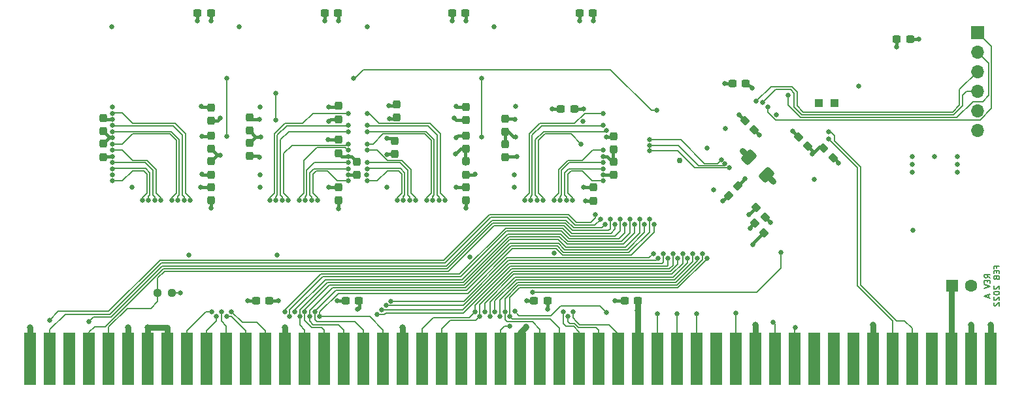
<source format=gbr>
%TF.GenerationSoftware,KiCad,Pcbnew,(6.0.0)*%
%TF.CreationDate,2022-03-26T19:57:17+01:00*%
%TF.ProjectId,GottaGoFaSDZ3,476f7474-6147-46f4-9661-53445a332e6b,rev?*%
%TF.SameCoordinates,Original*%
%TF.FileFunction,Copper,L4,Bot*%
%TF.FilePolarity,Positive*%
%FSLAX46Y46*%
G04 Gerber Fmt 4.6, Leading zero omitted, Abs format (unit mm)*
G04 Created by KiCad (PCBNEW (6.0.0)) date 2022-03-26 19:57:17*
%MOMM*%
%LPD*%
G01*
G04 APERTURE LIST*
G04 Aperture macros list*
%AMRoundRect*
0 Rectangle with rounded corners*
0 $1 Rounding radius*
0 $2 $3 $4 $5 $6 $7 $8 $9 X,Y pos of 4 corners*
0 Add a 4 corners polygon primitive as box body*
4,1,4,$2,$3,$4,$5,$6,$7,$8,$9,$2,$3,0*
0 Add four circle primitives for the rounded corners*
1,1,$1+$1,$2,$3*
1,1,$1+$1,$4,$5*
1,1,$1+$1,$6,$7*
1,1,$1+$1,$8,$9*
0 Add four rect primitives between the rounded corners*
20,1,$1+$1,$2,$3,$4,$5,0*
20,1,$1+$1,$4,$5,$6,$7,0*
20,1,$1+$1,$6,$7,$8,$9,0*
20,1,$1+$1,$8,$9,$2,$3,0*%
G04 Aperture macros list end*
%ADD10C,0.150000*%
%TA.AperFunction,NonConductor*%
%ADD11C,0.150000*%
%TD*%
%TA.AperFunction,ComponentPad*%
%ADD12R,1.700000X1.700000*%
%TD*%
%TA.AperFunction,ComponentPad*%
%ADD13O,1.700000X1.700000*%
%TD*%
%TA.AperFunction,ComponentPad*%
%ADD14R,1.000000X1.000000*%
%TD*%
%TA.AperFunction,ConnectorPad*%
%ADD15R,1.524000X6.754000*%
%TD*%
%TA.AperFunction,ComponentPad*%
%ADD16R,1.600000X1.600000*%
%TD*%
%TA.AperFunction,ComponentPad*%
%ADD17C,1.600000*%
%TD*%
%TA.AperFunction,SMDPad,CuDef*%
%ADD18RoundRect,0.250000X0.751301X0.167938X0.167938X0.751301X-0.751301X-0.167938X-0.167938X-0.751301X0*%
%TD*%
%TA.AperFunction,SMDPad,CuDef*%
%ADD19RoundRect,0.237500X-0.237500X0.300000X-0.237500X-0.300000X0.237500X-0.300000X0.237500X0.300000X0*%
%TD*%
%TA.AperFunction,SMDPad,CuDef*%
%ADD20RoundRect,0.237500X0.237500X-0.300000X0.237500X0.300000X-0.237500X0.300000X-0.237500X-0.300000X0*%
%TD*%
%TA.AperFunction,SMDPad,CuDef*%
%ADD21RoundRect,0.237500X-0.380070X0.044194X0.044194X-0.380070X0.380070X-0.044194X-0.044194X0.380070X0*%
%TD*%
%TA.AperFunction,SMDPad,CuDef*%
%ADD22RoundRect,0.237500X0.300000X0.237500X-0.300000X0.237500X-0.300000X-0.237500X0.300000X-0.237500X0*%
%TD*%
%TA.AperFunction,SMDPad,CuDef*%
%ADD23RoundRect,0.237500X-0.300000X-0.237500X0.300000X-0.237500X0.300000X0.237500X-0.300000X0.237500X0*%
%TD*%
%TA.AperFunction,SMDPad,CuDef*%
%ADD24RoundRect,0.237500X0.250000X0.237500X-0.250000X0.237500X-0.250000X-0.237500X0.250000X-0.237500X0*%
%TD*%
%TA.AperFunction,SMDPad,CuDef*%
%ADD25RoundRect,0.237500X0.380070X-0.044194X-0.044194X0.380070X-0.380070X0.044194X0.044194X-0.380070X0*%
%TD*%
%TA.AperFunction,SMDPad,CuDef*%
%ADD26RoundRect,0.237500X-0.044194X-0.380070X0.380070X0.044194X0.044194X0.380070X-0.380070X-0.044194X0*%
%TD*%
%TA.AperFunction,ViaPad*%
%ADD27C,0.635000*%
%TD*%
%TA.AperFunction,ViaPad*%
%ADD28C,0.800000*%
%TD*%
%TA.AperFunction,ViaPad*%
%ADD29C,0.762000*%
%TD*%
%TA.AperFunction,Conductor*%
%ADD30C,0.762000*%
%TD*%
%TA.AperFunction,Conductor*%
%ADD31C,0.381000*%
%TD*%
%TA.AperFunction,Conductor*%
%ADD32C,0.254000*%
%TD*%
%TA.AperFunction,Conductor*%
%ADD33C,0.177800*%
%TD*%
%TA.AperFunction,Conductor*%
%ADD34C,0.152400*%
%TD*%
G04 APERTURE END LIST*
D10*
D11*
X214821617Y-104111268D02*
X214464474Y-103861268D01*
X214821617Y-103682697D02*
X214071617Y-103682697D01*
X214071617Y-103968411D01*
X214107332Y-104039840D01*
X214143046Y-104075554D01*
X214214474Y-104111268D01*
X214321617Y-104111268D01*
X214393046Y-104075554D01*
X214428760Y-104039840D01*
X214464474Y-103968411D01*
X214464474Y-103682697D01*
X214428760Y-104432697D02*
X214428760Y-104682697D01*
X214821617Y-104789840D02*
X214821617Y-104432697D01*
X214071617Y-104432697D01*
X214071617Y-104789840D01*
X214071617Y-105004125D02*
X214821617Y-105254125D01*
X214071617Y-105504125D01*
X214607332Y-106289840D02*
X214607332Y-106646983D01*
X214821617Y-106218411D02*
X214071617Y-106468411D01*
X214821617Y-106718411D01*
X215636260Y-102825554D02*
X215636260Y-102575554D01*
X216029117Y-102575554D02*
X215279117Y-102575554D01*
X215279117Y-102932697D01*
X215636260Y-103218411D02*
X215636260Y-103468411D01*
X216029117Y-103575554D02*
X216029117Y-103218411D01*
X215279117Y-103218411D01*
X215279117Y-103575554D01*
X215636260Y-104146983D02*
X215671974Y-104254125D01*
X215707689Y-104289840D01*
X215779117Y-104325554D01*
X215886260Y-104325554D01*
X215957689Y-104289840D01*
X215993403Y-104254125D01*
X216029117Y-104182697D01*
X216029117Y-103896983D01*
X215279117Y-103896983D01*
X215279117Y-104146983D01*
X215314832Y-104218411D01*
X215350546Y-104254125D01*
X215421974Y-104289840D01*
X215493403Y-104289840D01*
X215564832Y-104254125D01*
X215600546Y-104218411D01*
X215636260Y-104146983D01*
X215636260Y-103896983D01*
X215350546Y-105182697D02*
X215314832Y-105218411D01*
X215279117Y-105289840D01*
X215279117Y-105468411D01*
X215314832Y-105539840D01*
X215350546Y-105575554D01*
X215421974Y-105611268D01*
X215493403Y-105611268D01*
X215600546Y-105575554D01*
X216029117Y-105146983D01*
X216029117Y-105611268D01*
X215279117Y-106075554D02*
X215279117Y-106146983D01*
X215314832Y-106218411D01*
X215350546Y-106254125D01*
X215421974Y-106289840D01*
X215564832Y-106325554D01*
X215743403Y-106325554D01*
X215886260Y-106289840D01*
X215957689Y-106254125D01*
X215993403Y-106218411D01*
X216029117Y-106146983D01*
X216029117Y-106075554D01*
X215993403Y-106004125D01*
X215957689Y-105968411D01*
X215886260Y-105932697D01*
X215743403Y-105896983D01*
X215564832Y-105896983D01*
X215421974Y-105932697D01*
X215350546Y-105968411D01*
X215314832Y-106004125D01*
X215279117Y-106075554D01*
X215350546Y-106611268D02*
X215314832Y-106646983D01*
X215279117Y-106718411D01*
X215279117Y-106896983D01*
X215314832Y-106968411D01*
X215350546Y-107004125D01*
X215421974Y-107039840D01*
X215493403Y-107039840D01*
X215600546Y-107004125D01*
X216029117Y-106575554D01*
X216029117Y-107039840D01*
X215350546Y-107325554D02*
X215314832Y-107361268D01*
X215279117Y-107432697D01*
X215279117Y-107611268D01*
X215314832Y-107682697D01*
X215350546Y-107718411D01*
X215421974Y-107754125D01*
X215493403Y-107754125D01*
X215600546Y-107718411D01*
X216029117Y-107289840D01*
X216029117Y-107754125D01*
D12*
%TO.P,J1,1,Pin_1*%
%TO.N,/TMS*%
X213158741Y-72261674D03*
D13*
%TO.P,J1,2,Pin_2*%
%TO.N,/TDI*%
X213158741Y-74801674D03*
%TO.P,J1,3,Pin_3*%
%TO.N,/TDO*%
X213158741Y-77341674D03*
%TO.P,J1,4,Pin_4*%
%TO.N,/TCK*%
X213158741Y-79881674D03*
%TO.P,J1,5,Pin_5*%
%TO.N,GND*%
X213158741Y-82421674D03*
%TO.P,J1,6,Pin_6*%
%TO.N,+3V3*%
X213158741Y-84961674D03*
%TD*%
D14*
%TO.P,TP2,1,1*%
%TO.N,Net-(TP2-Pad1)*%
X194643039Y-81445003D03*
%TD*%
D15*
%TO.P,CN1,1,GND*%
%TO.N,GND*%
X214921933Y-114608782D03*
%TO.P,CN1,3,GND*%
X212381933Y-114608782D03*
%TO.P,CN1,5,+5*%
%TO.N,+5V*%
X209841933Y-114608782D03*
%TO.P,CN1,7,~{OWN}*%
%TO.N,unconnected-(CN1-Pad7)*%
X207301933Y-114608782D03*
%TO.P,CN1,9,~{SLAVE}*%
%TO.N,/~{SLAVE}*%
X204761933Y-114608782D03*
%TO.P,CN1,11,~{CFGOUT}*%
%TO.N,/~{CFGOUT}*%
X202221933Y-114608782D03*
%TO.P,CN1,13,GND*%
%TO.N,GND*%
X199681933Y-114608782D03*
%TO.P,CN1,15,CDAC*%
%TO.N,unconnected-(CN1-Pad15)*%
X197141933Y-114608782D03*
%TO.P,CN1,17,~{CINH}*%
%TO.N,unconnected-(CN1-Pad17)*%
X194601933Y-114608782D03*
%TO.P,CN1,19,~{INT2}*%
%TO.N,unconnected-(CN1-Pad19)*%
X192061933Y-114608782D03*
%TO.P,CN1,21,A5*%
%TO.N,/A5*%
X189521933Y-114608782D03*
%TO.P,CN1,23,A6*%
%TO.N,/A6*%
X186981933Y-114608782D03*
%TO.P,CN1,25,GND*%
%TO.N,GND*%
X184441933Y-114608782D03*
%TO.P,CN1,27,A2*%
%TO.N,/A2*%
X181901933Y-114608782D03*
%TO.P,CN1,29,~{LOCK}*%
%TO.N,unconnected-(CN1-Pad29)*%
X179361933Y-114608782D03*
%TO.P,CN1,31,FC0*%
%TO.N,/FC0*%
X176821933Y-114608782D03*
%TO.P,CN1,33,FC1*%
%TO.N,/FC1*%
X174281933Y-114608782D03*
%TO.P,CN1,35,FC2*%
%TO.N,/FC2*%
X171741933Y-114608782D03*
%TO.P,CN1,37,GND*%
%TO.N,GND*%
X169201933Y-114608782D03*
%TO.P,CN1,39,A13/D5*%
%TO.N,/AD13*%
X166661933Y-114608782D03*
%TO.P,CN1,41,A14/D6*%
%TO.N,/AD14*%
X164121933Y-114608782D03*
%TO.P,CN1,43,A15/D7*%
%TO.N,/AD15*%
X161581933Y-114608782D03*
%TO.P,CN1,45,A16/D8*%
%TO.N,/AD16*%
X159041933Y-114608782D03*
%TO.P,CN1,47,A17/D9*%
%TO.N,/AD17*%
X156501933Y-114608782D03*
%TO.P,CN1,49,GND*%
%TO.N,GND*%
X153961933Y-114608782D03*
%TO.P,CN1,51,~{DS0}*%
%TO.N,/~{DS0}*%
X151421933Y-114608782D03*
%TO.P,CN1,53,~{RST}*%
%TO.N,unconnected-(CN1-Pad53)*%
X148881933Y-114608782D03*
%TO.P,CN1,55,~{HALT}*%
%TO.N,unconnected-(CN1-Pad55)*%
X146341933Y-114608782D03*
%TO.P,CN1,57,A22/D14*%
%TO.N,/AD22*%
X143801933Y-114608782D03*
%TO.P,CN1,59,A23/D15*%
%TO.N,/AD23*%
X141261933Y-114608782D03*
%TO.P,CN1,61,GND*%
%TO.N,GND*%
X138721933Y-114608782D03*
%TO.P,CN1,63,A31/D31*%
%TO.N,/AD31*%
X136181933Y-114608782D03*
%TO.P,CN1,65,A30/D30*%
%TO.N,/AD30*%
X133641933Y-114608782D03*
%TO.P,CN1,67,A29/D29*%
%TO.N,/AD29*%
X131101933Y-114608782D03*
%TO.P,CN1,69,A28/D28*%
%TO.N,/AD28*%
X128561933Y-114608782D03*
%TO.P,CN1,71,A27/D27*%
%TO.N,/AD27*%
X126021933Y-114608782D03*
%TO.P,CN1,73,GND*%
%TO.N,GND*%
X123481933Y-114608782D03*
%TO.P,CN1,75,SD0/D16*%
%TO.N,/SD0*%
X120941933Y-114608782D03*
%TO.P,CN1,77,SD1/D17*%
%TO.N,/SD1*%
X118401933Y-114608782D03*
%TO.P,CN1,79,SD2/D18*%
%TO.N,/SD2*%
X115861933Y-114608782D03*
%TO.P,CN1,81,SD3/D19*%
%TO.N,/SD3*%
X113321933Y-114608782D03*
%TO.P,CN1,83,SD4/D20*%
%TO.N,/SD4*%
X110781933Y-114608782D03*
%TO.P,CN1,85,GND*%
%TO.N,GND*%
X108241933Y-114608782D03*
%TO.P,CN1,87,GND*%
X105701933Y-114608782D03*
%TO.P,CN1,89,GND*%
X103161933Y-114608782D03*
%TO.P,CN1,91,SENSEZ3*%
%TO.N,/SENSEZ3*%
X100621933Y-114608782D03*
%TO.P,CN1,93,DOE*%
%TO.N,/DOE*%
X98081933Y-114608782D03*
%TO.P,CN1,95,~{BCLR}*%
%TO.N,unconnected-(CN1-Pad95)*%
X95541933Y-114608782D03*
%TO.P,CN1,97,~{FCS}*%
%TO.N,/~{FCS}*%
X93001933Y-114608782D03*
%TO.P,CN1,99,GND*%
%TO.N,GND*%
X90461933Y-114608782D03*
%TD*%
D16*
%TO.P,C1,1*%
%TO.N,+5V*%
X209881927Y-105160276D03*
D17*
%TO.P,C1,2*%
%TO.N,GND*%
X212381927Y-105160276D03*
%TD*%
D14*
%TO.P,TP1,1,1*%
%TO.N,Net-(TP1-Pad1)*%
X192611039Y-81445003D03*
%TD*%
D18*
%TO.P,C16,1*%
%TO.N,GND*%
X185818720Y-90721496D03*
%TO.P,C16,2*%
%TO.N,+3V3*%
X183609012Y-88511788D03*
%TD*%
D19*
%TO.P,C17,1*%
%TO.N,+3V3*%
X163386712Y-92404577D03*
%TO.P,C17,2*%
%TO.N,GND*%
X163386712Y-94129577D03*
%TD*%
D20*
%TO.P,C32,1*%
%TO.N,+3V3*%
X132773069Y-90772390D03*
%TO.P,C32,2*%
%TO.N,GND*%
X132773069Y-89047390D03*
%TD*%
%TO.P,C25,1*%
%TO.N,+3V3*%
X146920869Y-90733990D03*
%TO.P,C25,2*%
%TO.N,GND*%
X146920869Y-89008990D03*
%TD*%
%TO.P,C22,1*%
%TO.N,+3V3*%
X152007069Y-88486990D03*
%TO.P,C22,2*%
%TO.N,GND*%
X152007069Y-86761990D03*
%TD*%
D21*
%TO.P,C12,1*%
%TO.N,+3V3*%
X183061466Y-83699282D03*
%TO.P,C12,2*%
%TO.N,GND*%
X184281226Y-84919042D03*
%TD*%
D19*
%TO.P,C27,1*%
%TO.N,+3V3*%
X146895469Y-81922390D03*
%TO.P,C27,2*%
%TO.N,GND*%
X146895469Y-83647390D03*
%TD*%
D21*
%TO.P,C10,1*%
%TO.N,+3V3*%
X184331466Y-97034282D03*
%TO.P,C10,2*%
%TO.N,GND*%
X185551226Y-98254042D03*
%TD*%
D22*
%TO.P,C13,1*%
%TO.N,+3V3*%
X183168481Y-78902116D03*
%TO.P,C13,2*%
%TO.N,GND*%
X181443481Y-78902116D03*
%TD*%
D19*
%TO.P,C33,1*%
%TO.N,+3V3*%
X130360069Y-86215590D03*
%TO.P,C33,2*%
%TO.N,GND*%
X130360069Y-87940590D03*
%TD*%
%TO.P,C23,1*%
%TO.N,+3V3*%
X152007069Y-83459990D03*
%TO.P,C23,2*%
%TO.N,GND*%
X152007069Y-85184990D03*
%TD*%
D23*
%TO.P,C8,1*%
%TO.N,+3V3*%
X202716120Y-73177636D03*
%TO.P,C8,2*%
%TO.N,GND*%
X204441120Y-73177636D03*
%TD*%
D19*
%TO.P,C31,1*%
%TO.N,+3V3*%
X130391669Y-92349990D03*
%TO.P,C31,2*%
%TO.N,GND*%
X130391669Y-94074990D03*
%TD*%
D24*
%TO.P,R2,1*%
%TO.N,+3V3*%
X108783920Y-106045236D03*
%TO.P,R2,2*%
%TO.N,/SENSEZ3*%
X106958920Y-106045236D03*
%TD*%
D23*
%TO.P,C6,1*%
%TO.N,+3V3*%
X155753900Y-107137200D03*
%TO.P,C6,2*%
%TO.N,GND*%
X157478900Y-107137200D03*
%TD*%
D19*
%TO.P,C26,1*%
%TO.N,+3V3*%
X146920869Y-85681590D03*
%TO.P,C26,2*%
%TO.N,GND*%
X146920869Y-87406590D03*
%TD*%
D22*
%TO.P,C35,1*%
%TO.N,+3V3*%
X130333569Y-69717690D03*
%TO.P,C35,2*%
%TO.N,GND*%
X128608569Y-69717690D03*
%TD*%
%TO.P,C28,1*%
%TO.N,+3V3*%
X146843569Y-69782490D03*
%TO.P,C28,2*%
%TO.N,GND*%
X145118569Y-69782490D03*
%TD*%
D19*
%TO.P,C34,1*%
%TO.N,+3V3*%
X130360069Y-81821390D03*
%TO.P,C34,2*%
%TO.N,GND*%
X130360069Y-83546390D03*
%TD*%
D20*
%TO.P,C29,1*%
%TO.N,+3V3*%
X137699569Y-88043990D03*
%TO.P,C29,2*%
%TO.N,GND*%
X137699569Y-86318990D03*
%TD*%
D25*
%TO.P,C14,1*%
%TO.N,+3V3*%
X194476592Y-88542957D03*
%TO.P,C14,2*%
%TO.N,GND*%
X193256832Y-87323197D03*
%TD*%
D19*
%TO.P,C38,1*%
%TO.N,+3V3*%
X113881668Y-92349989D03*
%TO.P,C38,2*%
%TO.N,GND*%
X113881668Y-94074989D03*
%TD*%
D20*
%TO.P,C36,1*%
%TO.N,+3V3*%
X118853869Y-88334790D03*
%TO.P,C36,2*%
%TO.N,GND*%
X118853869Y-86609790D03*
%TD*%
D23*
%TO.P,C4,1*%
%TO.N,+3V3*%
X119711300Y-107137200D03*
%TO.P,C4,2*%
%TO.N,GND*%
X121436300Y-107137200D03*
%TD*%
D20*
%TO.P,C18,1*%
%TO.N,+3V3*%
X166073569Y-90784790D03*
%TO.P,C18,2*%
%TO.N,GND*%
X166073569Y-89059790D03*
%TD*%
D19*
%TO.P,C44,1*%
%TO.N,+3V3*%
X99911669Y-83383190D03*
%TO.P,C44,2*%
%TO.N,GND*%
X99911669Y-85108190D03*
%TD*%
D21*
%TO.P,C15,1*%
%TO.N,+3V3*%
X190005189Y-85820210D03*
%TO.P,C15,2*%
%TO.N,GND*%
X191224949Y-87039970D03*
%TD*%
D23*
%TO.P,C5,1*%
%TO.N,+3V3*%
X131293700Y-107137200D03*
%TO.P,C5,2*%
%TO.N,GND*%
X133018700Y-107137200D03*
%TD*%
D22*
%TO.P,C19,1*%
%TO.N,+3V3*%
X160940569Y-82214490D03*
%TO.P,C19,2*%
%TO.N,GND*%
X159215569Y-82214490D03*
%TD*%
%TO.P,C20,1*%
%TO.N,+3V3*%
X163353569Y-69782490D03*
%TO.P,C20,2*%
%TO.N,GND*%
X161628569Y-69782490D03*
%TD*%
D20*
%TO.P,C39,1*%
%TO.N,+3V3*%
X113875469Y-90722390D03*
%TO.P,C39,2*%
%TO.N,GND*%
X113875469Y-88997390D03*
%TD*%
D19*
%TO.P,C41,1*%
%TO.N,+3V3*%
X113875469Y-81999190D03*
%TO.P,C41,2*%
%TO.N,GND*%
X113875469Y-83724190D03*
%TD*%
D26*
%TO.P,C11,1*%
%TO.N,+3V3*%
X180902466Y-93428042D03*
%TO.P,C11,2*%
%TO.N,GND*%
X182122226Y-92208282D03*
%TD*%
D19*
%TO.P,C24,1*%
%TO.N,+3V3*%
X146927069Y-92349990D03*
%TO.P,C24,2*%
%TO.N,GND*%
X146927069Y-94074990D03*
%TD*%
%TO.P,C21,1*%
%TO.N,+3V3*%
X166072469Y-85732390D03*
%TO.P,C21,2*%
%TO.N,GND*%
X166072469Y-87457390D03*
%TD*%
%TO.P,C40,1*%
%TO.N,+3V3*%
X113875469Y-85644590D03*
%TO.P,C40,2*%
%TO.N,GND*%
X113875469Y-87369590D03*
%TD*%
D23*
%TO.P,C7,1*%
%TO.N,+3V3*%
X167463300Y-107137200D03*
%TO.P,C7,2*%
%TO.N,GND*%
X169188300Y-107137200D03*
%TD*%
D25*
%TO.P,C9,1*%
%TO.N,+3V3*%
X185678325Y-96237955D03*
%TO.P,C9,2*%
%TO.N,GND*%
X184458565Y-95018195D03*
%TD*%
D19*
%TO.P,C37,1*%
%TO.N,+3V3*%
X118850029Y-83270784D03*
%TO.P,C37,2*%
%TO.N,GND*%
X118850029Y-84995784D03*
%TD*%
D20*
%TO.P,C30,1*%
%TO.N,+3V3*%
X137953569Y-83344990D03*
%TO.P,C30,2*%
%TO.N,GND*%
X137953569Y-81619990D03*
%TD*%
%TO.P,C43,1*%
%TO.N,+3V3*%
X99911669Y-88435590D03*
%TO.P,C43,2*%
%TO.N,GND*%
X99911669Y-86710590D03*
%TD*%
D22*
%TO.P,C42,1*%
%TO.N,+3V3*%
X113874369Y-69717690D03*
%TO.P,C42,2*%
%TO.N,GND*%
X112149369Y-69717690D03*
%TD*%
D27*
%TO.N,+3V3*%
X210566000Y-88392000D03*
X166204586Y-107135880D03*
X109903420Y-106045236D03*
X153277062Y-83560488D03*
X182725220Y-87630236D03*
X112681664Y-90658899D03*
X189272003Y-85083819D03*
X129013864Y-86214483D03*
X112707064Y-85757283D03*
X182305985Y-82966128D03*
X118604986Y-107135880D03*
X164650069Y-90760490D03*
X195136712Y-89203077D03*
X131630064Y-90785899D03*
X186389239Y-96948879D03*
X210566000Y-89408000D03*
X112529264Y-92360496D03*
X112630864Y-81871998D03*
X130238186Y-107135880D03*
X210566000Y-90424000D03*
X202740412Y-74168229D03*
X145600064Y-81871998D03*
X180184654Y-94145837D03*
X136650298Y-88103761D03*
X145594832Y-85969399D03*
X162110069Y-82214490D03*
X204724000Y-90424000D03*
X153531062Y-88360479D03*
X162110064Y-92360496D03*
X165088069Y-85846490D03*
X113850069Y-70798490D03*
X101080062Y-88360479D03*
X207645000Y-88392000D03*
X183956981Y-79537116D03*
X101080062Y-83559879D03*
X148070062Y-90645996D03*
X183720207Y-97681390D03*
X137021069Y-83433490D03*
X204724000Y-88392000D03*
X204724000Y-89408000D03*
X129115464Y-92360496D03*
X130360069Y-70798490D03*
X154774586Y-107135880D03*
X145600064Y-92360496D03*
X129115464Y-81960491D03*
X163380064Y-70798487D03*
X120149264Y-83586091D03*
X120174664Y-88462891D03*
X146870064Y-70798487D03*
%TO.N,GND*%
X184046292Y-99785500D03*
X178114147Y-87259566D03*
X101105469Y-90760490D03*
D28*
X103161933Y-110562184D03*
D27*
X153327862Y-85833483D03*
X136665469Y-92361290D03*
X161628569Y-70798490D03*
X134049269Y-90761090D03*
X153353269Y-81845690D03*
X197787412Y-79273629D03*
X153194669Y-92360490D03*
X122414968Y-101141478D03*
X145555462Y-88043283D03*
X180538214Y-84733883D03*
X134100069Y-71558690D03*
X162033869Y-83804657D03*
X120206269Y-90761090D03*
X110984970Y-101141479D03*
X101105469Y-81960490D03*
D28*
X214921939Y-110189178D03*
D27*
X192071499Y-91317421D03*
X120231669Y-81972690D03*
X150586465Y-71560487D03*
X162364069Y-94138490D03*
X136894062Y-81744083D03*
X128608574Y-70798493D03*
X205610620Y-73177636D03*
X120206269Y-92361290D03*
X183036346Y-91294162D03*
X100978469Y-71560490D03*
D28*
X154723933Y-110512184D03*
X184441939Y-110189178D03*
D27*
X186713020Y-91618036D03*
X115100862Y-88195683D03*
D29*
X174583540Y-88910557D03*
D28*
X123481939Y-110562180D03*
D27*
X117539269Y-71560490D03*
X120333262Y-85808083D03*
X103620062Y-92360496D03*
D28*
X212381939Y-110189178D03*
D27*
X183569565Y-95907195D03*
D28*
X169201933Y-108377784D03*
D27*
X132893980Y-108208458D03*
X191818412Y-88011229D03*
X115094664Y-83357288D03*
X113875469Y-95092290D03*
D28*
X105701927Y-110562180D03*
D27*
X131630064Y-88360479D03*
X158355968Y-100950319D03*
X153200869Y-90760490D03*
X187153490Y-82934377D03*
X145118569Y-70798490D03*
X122567374Y-107135884D03*
X146927069Y-95090990D03*
D28*
X199681939Y-110189178D03*
X90461927Y-110562180D03*
D27*
X184960420Y-85598236D03*
X180400981Y-78902116D03*
D28*
X138721939Y-110562180D03*
D27*
X147414780Y-101395478D03*
X164650064Y-88362485D03*
X179024447Y-92731634D03*
X145403062Y-83420483D03*
X204787500Y-97980500D03*
X130391669Y-95167190D03*
X112098574Y-70798493D03*
X157481180Y-108233858D03*
X158046069Y-82214490D03*
X129090064Y-83801483D03*
X136665462Y-85985883D03*
X101105462Y-85960483D03*
%TO.N,/~{CFGOUT}*%
X193900299Y-86087063D03*
%TO.N,/A5*%
X189550770Y-110544298D03*
%TO.N,/A6*%
X186731370Y-109858498D03*
%TO.N,/A2*%
X181915980Y-108691058D03*
%TO.N,/FC0*%
X176821933Y-108773424D03*
%TO.N,/FC1*%
X174281933Y-108773424D03*
%TO.N,/FC2*%
X171741933Y-108773424D03*
%TO.N,/AD13*%
X160779786Y-108517484D03*
%TO.N,/AD14*%
X160129786Y-109152484D03*
%TO.N,/AD15*%
X159479786Y-108517484D03*
%TO.N,/AD16*%
X178156780Y-101604458D03*
X152599786Y-109152484D03*
%TO.N,/AD17*%
X177521780Y-100971768D03*
X151949786Y-108517484D03*
%TO.N,/~{DS0}*%
X187732580Y-100842458D03*
X152542287Y-110429684D03*
X155550780Y-106024058D03*
%TO.N,/AD18*%
X151299786Y-109152484D03*
X176886780Y-101604458D03*
%TO.N,/AD19*%
X150649786Y-108517484D03*
X176251780Y-100969458D03*
%TO.N,/AD20*%
X175616780Y-101604458D03*
X149999786Y-109152484D03*
%TO.N,/AD22*%
X174346780Y-101604458D03*
X148699786Y-109152484D03*
%TO.N,/AD21*%
X174981780Y-100969458D03*
X149349786Y-108517484D03*
%TO.N,/AD23*%
X173711780Y-100969458D03*
X148049786Y-108517484D03*
%TO.N,/AD31*%
X171298780Y-97159458D03*
X127980974Y-109152484D03*
%TO.N,/AD30*%
X127330974Y-108517484D03*
X170663780Y-96524458D03*
%TO.N,/~{DTACK}*%
X135408580Y-108893758D03*
X173076780Y-101604458D03*
%TO.N,/AD29*%
X126680974Y-109152484D03*
X170028780Y-97159458D03*
%TO.N,/READ*%
X135992780Y-108310058D03*
X172441780Y-100969458D03*
%TO.N,/AD28*%
X126030974Y-108517484D03*
X169393780Y-96524458D03*
%TO.N,/~{DS2}*%
X171806780Y-101604458D03*
X136567164Y-107726838D03*
%TO.N,/AD27*%
X125380974Y-109152484D03*
X168758780Y-97159458D03*
%TO.N,/~{DS3}*%
X137162972Y-107143138D03*
X171171780Y-100969458D03*
%TO.N,/SD0*%
X116550974Y-108517484D03*
%TO.N,/AD26*%
X124730974Y-108503606D03*
X168123780Y-96524458D03*
%TO.N,/SD1*%
X115900974Y-109152484D03*
%TO.N,/AD25*%
X124080974Y-109153606D03*
X167488780Y-97159458D03*
%TO.N,/SD2*%
X115250974Y-108517484D03*
%TO.N,/AD24*%
X166853780Y-96524458D03*
X123430974Y-108495697D03*
%TO.N,/SD3*%
X114600974Y-109152484D03*
%TO.N,/SD4*%
X113950974Y-108517484D03*
%TO.N,/SENSEZ3*%
X166218780Y-97159458D03*
%TO.N,/DOE*%
X165583780Y-96524458D03*
%TO.N,/~{IORST}*%
X164948780Y-97159458D03*
X98081933Y-109800184D03*
%TO.N,/~{FCS}*%
X164313780Y-96524458D03*
%TO.N,/~{DS1}*%
X93001933Y-109596984D03*
X163678780Y-95889458D03*
%TO.N,/MD0*%
X158306469Y-94018478D03*
X164650069Y-87560490D03*
%TO.N,/MD1*%
X159106469Y-94018478D03*
X164650069Y-89160490D03*
%TO.N,/MD2*%
X159906469Y-94018478D03*
X164650069Y-89960490D03*
%TO.N,/MD3*%
X160706469Y-94018478D03*
X164650069Y-91560490D03*
%TO.N,/MD4*%
X156896469Y-94018478D03*
X161811069Y-86760490D03*
%TO.N,/MD5*%
X165069882Y-85032685D03*
X156096469Y-94018478D03*
%TO.N,/MD6*%
X155296469Y-94018478D03*
X164650069Y-84360490D03*
%TO.N,/MD7*%
X154496469Y-94018478D03*
X164650069Y-82760490D03*
%TO.N,/~{CS0}*%
X115882069Y-78227890D03*
X115882069Y-85771690D03*
X181060540Y-89840036D03*
X170678980Y-87664105D03*
X148946392Y-85811757D03*
X148946392Y-78242557D03*
%TO.N,/~{BUFOE}*%
X153250733Y-108474384D03*
X165150633Y-108639484D03*
%TO.N,/MD8*%
X134100069Y-82760490D03*
X144196469Y-94018478D03*
%TO.N,/MD9*%
X143396469Y-94018478D03*
X134100069Y-84360490D03*
%TO.N,/MD10*%
X142596469Y-94018478D03*
X134100069Y-85160490D03*
%TO.N,/MD11*%
X134100069Y-86760490D03*
X141796469Y-94018478D03*
%TO.N,/MD12*%
X140386469Y-94018478D03*
X134100069Y-87560490D03*
%TO.N,/MD13*%
X134100069Y-89160490D03*
X139586469Y-94018478D03*
%TO.N,/MD14*%
X138786469Y-94018478D03*
X134100069Y-89960490D03*
%TO.N,/MD15*%
X134100069Y-91560490D03*
X137986469Y-94018478D03*
%TO.N,/MD16*%
X101080069Y-82760490D03*
X111176469Y-94018478D03*
%TO.N,/MD17*%
X101080068Y-84360498D03*
X110376469Y-94018478D03*
%TO.N,/MD18*%
X109576469Y-94018478D03*
X101080069Y-85160490D03*
%TO.N,/MD19*%
X101080068Y-86760498D03*
X108776469Y-94018478D03*
%TO.N,/MD20*%
X101080069Y-87560490D03*
X107366469Y-94018478D03*
%TO.N,/MD21*%
X101080068Y-89160498D03*
X106566469Y-94018478D03*
%TO.N,/MD22*%
X105766469Y-94018478D03*
X101080068Y-89960498D03*
%TO.N,/MD23*%
X101080068Y-91560498D03*
X104966469Y-94018478D03*
%TO.N,/DQM2*%
X122282869Y-83611490D03*
X122282869Y-80182490D03*
X170714192Y-86941560D03*
X180454009Y-89357936D03*
%TO.N,/DQM3*%
X179986189Y-88806162D03*
X170714192Y-86218157D03*
%TO.N,/MD24*%
X125286469Y-94018478D03*
X131630060Y-87560490D03*
%TO.N,/MD25*%
X131630060Y-89160490D03*
X126086469Y-94018478D03*
%TO.N,/MD26*%
X131630069Y-89960490D03*
X126886469Y-94018478D03*
%TO.N,/MD27*%
X131630068Y-91560498D03*
X127686469Y-94018478D03*
%TO.N,/MD28*%
X123876469Y-94018478D03*
X131630060Y-86760490D03*
%TO.N,/MD29*%
X131630060Y-85160490D03*
X123076469Y-94018478D03*
%TO.N,/MD30*%
X131630060Y-84360490D03*
X122276469Y-94018478D03*
%TO.N,/MD31*%
X131630060Y-82760490D03*
X121476469Y-94018478D03*
%TO.N,/~{CS1}*%
X171643259Y-82393490D03*
X132315869Y-78202490D03*
%TO.N,/TMS*%
X185984891Y-81981656D03*
%TO.N,/TDI*%
X188686398Y-80428163D03*
%TO.N,/TDO*%
X184512893Y-81227481D03*
%TO.N,/TCK*%
X185377338Y-81346656D03*
%TO.N,/~{SLAVE}*%
X193917069Y-85134690D03*
%TD*%
D30*
%TO.N,+5V*%
X209841922Y-114608788D02*
X209841922Y-105200272D01*
D31*
%TO.N,+3V3*%
X163380064Y-70798487D02*
X163380064Y-69808979D01*
X112719350Y-81960490D02*
X113836769Y-81960490D01*
D32*
X183720194Y-97681382D02*
X183720194Y-97518554D01*
D31*
X112681669Y-90658890D02*
X112745169Y-90722390D01*
X164650069Y-90760490D02*
X166049269Y-90760490D01*
X183720207Y-97518550D02*
X184273774Y-96964957D01*
X148070069Y-90645990D02*
X147982069Y-90733990D01*
X154774574Y-107135884D02*
X155944074Y-107135884D01*
X180184654Y-94145837D02*
X180971774Y-93358716D01*
X166204574Y-107135884D02*
X167374074Y-107135884D01*
X129115469Y-81960490D02*
X130220969Y-81960490D01*
X112745169Y-90722390D02*
X113875469Y-90722390D01*
X130360069Y-70798490D02*
X130360069Y-69808982D01*
X112529269Y-92360490D02*
X113871167Y-92360490D01*
X120174669Y-88462890D02*
X120047669Y-88335890D01*
X119165335Y-83586090D02*
X118850029Y-83270784D01*
X132773069Y-90772390D02*
X131643569Y-90772390D01*
X130238174Y-107135884D02*
X131356874Y-107135884D01*
X182328312Y-82966128D02*
X183061458Y-83699274D01*
X137021062Y-83433488D02*
X137865079Y-83433488D01*
X145688558Y-81960490D02*
X146857369Y-81960490D01*
X165088069Y-85846490D02*
X165958369Y-85846490D01*
X162110064Y-92360496D02*
X163342625Y-92360496D01*
X202740420Y-73201936D02*
X202740420Y-74168236D01*
X162110064Y-82214491D02*
X160940572Y-82214491D01*
X112630869Y-81872009D02*
X112719350Y-81960490D01*
X146870064Y-70798487D02*
X146870064Y-69808979D01*
X113850069Y-70798490D02*
X113850069Y-69808982D01*
D33*
X108783920Y-106045236D02*
X109903420Y-106045236D01*
D31*
X147982069Y-90733990D02*
X146920869Y-90733990D01*
X145600069Y-92360490D02*
X146916569Y-92360490D01*
D30*
X183606770Y-88511786D02*
X182725212Y-87630229D01*
D31*
X145600069Y-81872001D02*
X145688558Y-81960490D01*
X186389239Y-96948879D02*
X185678318Y-96237958D01*
X195136719Y-89170535D02*
X194333292Y-88367133D01*
X129115469Y-92360490D02*
X130381169Y-92360490D01*
X120047669Y-88335890D02*
X118854969Y-88335890D01*
X136683569Y-88070490D02*
X136650296Y-88103763D01*
X190065540Y-85877356D02*
X189272012Y-85083828D01*
X153176569Y-83459990D02*
X152007069Y-83459990D01*
X183956985Y-79537128D02*
X183321985Y-78902128D01*
X130358969Y-86214490D02*
X129013869Y-86214490D01*
X145594821Y-85969390D02*
X145883721Y-85680490D01*
X153277069Y-83560490D02*
X153176569Y-83459990D01*
X101080069Y-83559890D02*
X100088369Y-83559890D01*
X145883721Y-85680490D02*
X146919769Y-85680490D01*
X182305981Y-82966116D02*
X182328300Y-82966116D01*
D33*
X195136712Y-89203077D02*
X195136712Y-89170543D01*
D31*
X119876074Y-107135880D02*
X118604974Y-107135880D01*
X120149269Y-83586090D02*
X119165335Y-83586090D01*
X112707069Y-85757290D02*
X113762769Y-85757290D01*
X101080069Y-88360490D02*
X99986769Y-88360490D01*
X153531062Y-88360479D02*
X152039066Y-88360479D01*
X131643569Y-90772390D02*
X131630069Y-90785890D01*
X137853069Y-88070490D02*
X136683569Y-88070490D01*
%TO.N,GND*%
X100763962Y-85960483D02*
X99911669Y-85108190D01*
X137829476Y-81744083D02*
X136894062Y-81744083D01*
D30*
X108176376Y-110565288D02*
X108241933Y-110630845D01*
D31*
X159215557Y-82214491D02*
X158046064Y-82214491D01*
X114701562Y-88195683D02*
X113875469Y-87369590D01*
D30*
X90461933Y-110562186D02*
X90461933Y-114981784D01*
D31*
X132893980Y-108208458D02*
X133081874Y-108020564D01*
X184281216Y-84919033D02*
X184960412Y-85598229D01*
X146920869Y-87406590D02*
X146192155Y-87406590D01*
X119662321Y-85808083D02*
X118850029Y-84995791D01*
X130391662Y-94074996D02*
X130391662Y-95167196D01*
X181443478Y-78902128D02*
X180400985Y-78902128D01*
X165158064Y-88362485D02*
X165855369Y-89059790D01*
D30*
X214921933Y-114608782D02*
X214921933Y-110189182D01*
D31*
X163386719Y-94129581D02*
X162372980Y-94129581D01*
X100661769Y-85960490D02*
X99911669Y-86710590D01*
X184458559Y-95018200D02*
X183569559Y-95907200D01*
X164650064Y-88362485D02*
X165158064Y-88362485D01*
X101105462Y-85960483D02*
X100763962Y-85960483D01*
D30*
X123481933Y-114981784D02*
X123481933Y-110562184D01*
X105701927Y-110562180D02*
X105705035Y-110565288D01*
D31*
X120333269Y-85808090D02*
X119655569Y-85808090D01*
X113881662Y-94074996D02*
X113881662Y-95086094D01*
X114677176Y-88195683D02*
X115100862Y-88195683D01*
X146192155Y-87406590D02*
X145555462Y-88043283D01*
X130360069Y-83546390D02*
X129345157Y-83546390D01*
D30*
X153961933Y-114981784D02*
X153961933Y-111274184D01*
X90461927Y-110562180D02*
X90461933Y-110562186D01*
D31*
X128608562Y-69782490D02*
X128608562Y-70798490D01*
X146895469Y-83647390D02*
X145629969Y-83647390D01*
D30*
X105705035Y-110565288D02*
X108176376Y-110565288D01*
D31*
X146927062Y-94074996D02*
X146927062Y-95090996D01*
X191818420Y-88011236D02*
X191818420Y-87630236D01*
X165946557Y-87154995D02*
X165946557Y-88677496D01*
D33*
X113881668Y-95086091D02*
X113875469Y-95092290D01*
D31*
X119655569Y-85808090D02*
X118853869Y-86609790D01*
X131630069Y-88360490D02*
X132086169Y-88360490D01*
X182191533Y-92138957D02*
X183036337Y-91294153D01*
X152438369Y-85184990D02*
X152007069Y-85184990D01*
X101105469Y-85960490D02*
X100661769Y-85960490D01*
X136665469Y-85985890D02*
X137366469Y-85985890D01*
X145629969Y-83647390D02*
X145403069Y-83420490D01*
X137366469Y-85985890D02*
X137699569Y-86318990D01*
D30*
X169201939Y-114981788D02*
X169201939Y-108377788D01*
D31*
X192682277Y-87147364D02*
X191818412Y-88011229D01*
D30*
X199681933Y-114608782D02*
X199681933Y-110189182D01*
D31*
X191818420Y-87630236D02*
X191285300Y-87097116D01*
X129345157Y-83546390D02*
X129090064Y-83801483D01*
X114727762Y-83724190D02*
X115094664Y-83357288D01*
X153327862Y-85833483D02*
X153086862Y-85833483D01*
X121397869Y-107135880D02*
X122567386Y-107135880D01*
X153086862Y-85833483D02*
X152438369Y-85184990D01*
X157481180Y-108233858D02*
X157481180Y-107323778D01*
D30*
X184441933Y-114608782D02*
X184441933Y-110189182D01*
D31*
X184046301Y-99631967D02*
X184046301Y-99785488D01*
X146800062Y-87698478D02*
X146800062Y-89301980D01*
X132086169Y-88360490D02*
X132773069Y-89047390D01*
X152007069Y-85184990D02*
X152007069Y-86761990D01*
D30*
X212381933Y-114608782D02*
X212381933Y-110189182D01*
D31*
X113875469Y-83724190D02*
X114727762Y-83724190D01*
D33*
X162372982Y-94129577D02*
X162364069Y-94138490D01*
X120333262Y-85808083D02*
X119662328Y-85808083D01*
D31*
X130779958Y-88360479D02*
X130360069Y-87940590D01*
D30*
X105701933Y-114981784D02*
X105701933Y-110562186D01*
X103161939Y-110562188D02*
X103161939Y-114981788D01*
X153961933Y-111274184D02*
X154723933Y-110512184D01*
D31*
X114677176Y-88195683D02*
X113875469Y-88997390D01*
D30*
X169201939Y-108377788D02*
X169201939Y-107238750D01*
D31*
X204441120Y-73177629D02*
X205610612Y-73177629D01*
D30*
X108241933Y-110630845D02*
X108241933Y-114981784D01*
D31*
X133081874Y-108020564D02*
X133081874Y-107135884D01*
X112098562Y-69782490D02*
X112098562Y-70798490D01*
X145118557Y-69782487D02*
X145118557Y-70798487D01*
D30*
X138721933Y-114981784D02*
X138721933Y-110562184D01*
D31*
X131630064Y-88360479D02*
X130779958Y-88360479D01*
X193113533Y-87147364D02*
X192682277Y-87147364D01*
D30*
X185818729Y-90723745D02*
X186713012Y-91618029D01*
D31*
X161628557Y-69782487D02*
X161628557Y-70798487D01*
X185493540Y-98184728D02*
X184046301Y-99631967D01*
D33*
%TO.N,/~{CFGOUT}*%
X202221933Y-109750298D02*
X202221933Y-114608782D01*
X193900299Y-86087063D02*
X197663592Y-89850357D01*
X197663592Y-89850357D02*
X197663592Y-105191957D01*
X197663592Y-105191957D02*
X202221933Y-109750298D01*
%TO.N,/A5*%
X189521933Y-114608782D02*
X189521933Y-110573135D01*
X189521933Y-110573135D02*
X189550770Y-110544298D01*
%TO.N,/A6*%
X186981933Y-110109061D02*
X186981933Y-114608782D01*
X186731370Y-109858498D02*
X186981933Y-110109061D01*
%TO.N,/A2*%
X181901933Y-114608782D02*
X181901933Y-108705105D01*
X181901933Y-108705105D02*
X181915980Y-108691058D01*
%TO.N,/FC0*%
X176821933Y-114981784D02*
X176821933Y-108773424D01*
%TO.N,/FC1*%
X174281933Y-114981784D02*
X174281933Y-108773424D01*
%TO.N,/FC2*%
X171741933Y-114981784D02*
X171741933Y-108773424D01*
%TO.N,/AD13*%
X161235786Y-109787484D02*
X161235786Y-109799052D01*
X165452666Y-110194364D02*
X166661933Y-111403631D01*
X161631098Y-110194364D02*
X165452666Y-110194364D01*
X161235786Y-109799052D02*
X161631098Y-110194364D01*
X160779786Y-109331484D02*
X161235786Y-109787484D01*
X160779786Y-108517484D02*
X160779786Y-109331484D01*
%TO.N,/AD14*%
X164121933Y-114981784D02*
X164121933Y-110895631D01*
X161001882Y-110067364D02*
X160372666Y-110067364D01*
X160372666Y-110067364D02*
X160129786Y-109824484D01*
X160129786Y-109824484D02*
X160129786Y-109152484D01*
X164121933Y-110895631D02*
X163775786Y-110549484D01*
X161484002Y-110549484D02*
X161001882Y-110067364D01*
X163775786Y-110549484D02*
X161484002Y-110549484D01*
%TO.N,/AD15*%
X160854786Y-110422484D02*
X159838786Y-110422484D01*
X159479786Y-110063484D02*
X159479786Y-108517484D01*
X161581933Y-111149631D02*
X160854786Y-110422484D01*
X161581933Y-114981784D02*
X161581933Y-111149631D01*
X159838786Y-110422484D02*
X159479786Y-110063484D01*
%TO.N,/AD16*%
X152599786Y-109152484D02*
X152599786Y-106693161D01*
X157865448Y-109478458D02*
X159041933Y-110654943D01*
X152925760Y-109478458D02*
X157865448Y-109478458D01*
X174378598Y-105440347D02*
X178156780Y-101662167D01*
X152599786Y-109152484D02*
X152925760Y-109478458D01*
X159041933Y-110654943D02*
X159041933Y-114981784D01*
X152599786Y-106693161D02*
X153852600Y-105440347D01*
X153852600Y-105440347D02*
X174378598Y-105440347D01*
X178156780Y-101662167D02*
X178156780Y-101604458D01*
%TO.N,/AD17*%
X174231503Y-105085227D02*
X153705504Y-105085227D01*
X155565974Y-109845984D02*
X156501933Y-110781943D01*
X152263974Y-109845984D02*
X155565974Y-109845984D01*
X151949786Y-109531796D02*
X152263974Y-109845984D01*
X153705504Y-105085227D02*
X151949786Y-106840945D01*
X151949786Y-106840945D02*
X151949786Y-108517484D01*
X177521780Y-100971768D02*
X177521780Y-101794951D01*
X156501933Y-110781943D02*
X156501933Y-114981784D01*
X177521780Y-101794951D02*
X174231503Y-105085227D01*
X151949786Y-108517484D02*
X151949786Y-109531796D01*
%TO.N,/~{DS0}*%
X187732580Y-102874458D02*
X184582980Y-106024058D01*
X151421933Y-110917784D02*
X151910033Y-110429684D01*
X151421933Y-114981784D02*
X151421933Y-110917784D01*
X184582980Y-106024058D02*
X155550780Y-106024058D01*
X151910033Y-110429684D02*
X152542287Y-110429684D01*
X187732580Y-100842458D02*
X187732580Y-102874458D01*
%TO.N,/AD18*%
X174084408Y-104730107D02*
X176861380Y-101953135D01*
X153558409Y-104730107D02*
X174084408Y-104730107D01*
X176861380Y-101953135D02*
X176861380Y-101583167D01*
X151299786Y-109152484D02*
X151299786Y-106988729D01*
X151299786Y-106988729D02*
X153558409Y-104730107D01*
%TO.N,/AD19*%
X153411313Y-104374987D02*
X150649786Y-107136514D01*
X176251780Y-100969458D02*
X176251780Y-102032319D01*
X173909111Y-104374987D02*
X153411313Y-104374987D01*
X176251780Y-102032319D02*
X173909111Y-104374987D01*
X150649786Y-107136514D02*
X150649786Y-108517484D01*
%TO.N,/AD20*%
X175616780Y-102165103D02*
X173762016Y-104019867D01*
X175616780Y-101604458D02*
X175616780Y-102165103D01*
X153264217Y-104019867D02*
X149999786Y-107284298D01*
X149999786Y-107284298D02*
X149999786Y-109152484D01*
X173762016Y-104019867D02*
X153264217Y-104019867D01*
%TO.N,/AD22*%
X152970028Y-103309627D02*
X173409394Y-103309627D01*
X148699786Y-107579868D02*
X152970028Y-103309627D01*
X148699786Y-109152484D02*
X148191786Y-109660484D01*
X144852786Y-109660484D02*
X143801933Y-110711337D01*
X143801933Y-110711337D02*
X143801933Y-114981784D01*
X148191786Y-109660484D02*
X144852786Y-109660484D01*
X148699786Y-109152484D02*
X148699786Y-107579868D01*
X173409394Y-103309627D02*
X174346780Y-102372242D01*
X174346780Y-102372242D02*
X174346780Y-101604458D01*
%TO.N,/AD21*%
X174981780Y-100969458D02*
X174981780Y-102239458D01*
X149349786Y-107432084D02*
X149349786Y-108517484D01*
X173556489Y-103664747D02*
X153117123Y-103664747D01*
X153117123Y-103664747D02*
X149349786Y-107432084D01*
X174981780Y-102239458D02*
X173556489Y-103664747D01*
%TO.N,/AD23*%
X141261933Y-110711337D02*
X142693786Y-109279484D01*
X173711780Y-102505026D02*
X173262299Y-102954507D01*
X147287786Y-109279484D02*
X148049786Y-108517484D01*
X152822931Y-102954507D02*
X148049786Y-107727652D01*
X141261933Y-114981784D02*
X141261933Y-110711337D01*
X173711780Y-100969458D02*
X173711780Y-102505026D01*
X142693786Y-109279484D02*
X147287786Y-109279484D01*
X173262299Y-102954507D02*
X152822931Y-102954507D01*
X148049786Y-107727652D02*
X148049786Y-108517484D01*
%TO.N,/AD31*%
X136181933Y-110876443D02*
X136181933Y-114981784D01*
X127980974Y-109152484D02*
X134457974Y-109152484D01*
X159410049Y-101178907D02*
X168295331Y-101178907D01*
X171298780Y-98175458D02*
X171298780Y-97159458D01*
X134457974Y-109152484D02*
X136181933Y-110876443D01*
X158597750Y-100366608D02*
X159410049Y-101178907D01*
X152888598Y-100366608D02*
X158597750Y-100366608D01*
X168295331Y-101178907D02*
X171298780Y-98175458D01*
X127980974Y-109152484D02*
X127980974Y-108567599D01*
X147129548Y-106125658D02*
X152888598Y-100366608D01*
X130422915Y-106125658D02*
X147129548Y-106125658D01*
X127980974Y-108567599D02*
X130422915Y-106125658D01*
%TO.N,/AD30*%
X127330974Y-109518484D02*
X127599974Y-109787484D01*
X130027329Y-105770538D02*
X127330974Y-108466893D01*
X132552974Y-109787484D02*
X133641933Y-110876443D01*
X170663780Y-96524458D02*
X170663780Y-98175458D01*
X170663780Y-98175458D02*
X168015451Y-100823787D01*
X152741502Y-100011488D02*
X146982452Y-105770538D01*
X127330974Y-108517484D02*
X127330974Y-109518484D01*
X146982452Y-105770538D02*
X130027329Y-105770538D01*
X168015451Y-100823787D02*
X159557145Y-100823787D01*
X127330974Y-108466893D02*
X127330974Y-108517484D01*
X133641933Y-110876443D02*
X133641933Y-114981784D01*
X127599974Y-109787484D02*
X132552974Y-109787484D01*
X158744846Y-100011488D02*
X152741502Y-100011488D01*
X159557145Y-100823787D02*
X158744846Y-100011488D01*
%TO.N,/~{DTACK}*%
X146609980Y-108665658D02*
X147694666Y-107580972D01*
X136348380Y-108894258D02*
X136576980Y-108665658D01*
X147694666Y-107580556D02*
X152675836Y-102599387D01*
X135408580Y-108893758D02*
X135409080Y-108894258D01*
X136576980Y-108665658D02*
X146609980Y-108665658D01*
X147694666Y-107580972D02*
X147694666Y-107580556D01*
X173076780Y-102518858D02*
X173076780Y-101604458D01*
X152675836Y-102599387D02*
X172996251Y-102599387D01*
X172996251Y-102599387D02*
X173076780Y-102518858D01*
X135409080Y-108894258D02*
X136348380Y-108894258D01*
%TO.N,/AD29*%
X159704241Y-100468667D02*
X158891941Y-99656368D01*
X146835356Y-105415418D02*
X129607547Y-105415418D01*
X126680974Y-109757484D02*
X127117854Y-110194364D01*
X126680974Y-109152484D02*
X126680974Y-109757484D01*
X131101933Y-110876443D02*
X131101933Y-114981784D01*
X167799071Y-100468667D02*
X159704241Y-100468667D01*
X158891941Y-99656368D02*
X152594406Y-99656368D01*
X170028780Y-97159458D02*
X170028780Y-98238958D01*
X170028780Y-98238958D02*
X167799071Y-100468667D01*
X152594406Y-99656368D02*
X146835356Y-105415418D01*
X127117854Y-110194364D02*
X130419854Y-110194364D01*
X130419854Y-110194364D02*
X131101933Y-110876443D01*
X129607547Y-105415418D02*
X126680974Y-108341991D01*
X126680974Y-108341991D02*
X126680974Y-109152484D01*
%TO.N,/READ*%
X147339546Y-107433876D02*
X147339546Y-107433460D01*
X147339546Y-107433460D02*
X152528741Y-102244267D01*
X146462884Y-108310538D02*
X147339546Y-107433876D01*
X135993260Y-108310538D02*
X146462884Y-108310538D01*
X172441780Y-102112458D02*
X172441780Y-100969458D01*
X152528741Y-102244267D02*
X172309971Y-102244267D01*
X135992780Y-108310058D02*
X135993260Y-108310538D01*
X172309971Y-102244267D02*
X172441780Y-102112458D01*
%TO.N,/AD28*%
X126964974Y-110549484D02*
X128234974Y-110549484D01*
X126030974Y-108517484D02*
X126030974Y-109615484D01*
X128234974Y-110549484D02*
X128561933Y-110876443D01*
X129234940Y-105060298D02*
X126030974Y-108264264D01*
X126030974Y-108264264D02*
X126030974Y-108517484D01*
X146688260Y-105060298D02*
X129234940Y-105060298D01*
X152618000Y-99130558D02*
X146688260Y-105060298D01*
X126030974Y-109615484D02*
X126964974Y-110549484D01*
X128561933Y-110876443D02*
X128561933Y-114981784D01*
X158868348Y-99130558D02*
X152618000Y-99130558D01*
X159851337Y-100113547D02*
X158868348Y-99130558D01*
X169393780Y-96524458D02*
X169393780Y-98302458D01*
X167582691Y-100113547D02*
X159851337Y-100113547D01*
X169393780Y-98302458D02*
X167582691Y-100113547D01*
%TO.N,/~{DS2}*%
X171806780Y-101604458D02*
X171522091Y-101889147D01*
X146532800Y-107726838D02*
X136567164Y-107726838D01*
X152370491Y-101889147D02*
X146532800Y-107726838D01*
X171522091Y-101889147D02*
X152370491Y-101889147D01*
%TO.N,/AD27*%
X146541164Y-104705178D02*
X128954907Y-104705178D01*
X167302811Y-99758427D02*
X159998433Y-99758427D01*
X128954907Y-104705178D02*
X125380974Y-108279111D01*
X168758780Y-97159458D02*
X168758780Y-98302458D01*
X168758780Y-98302458D02*
X167302811Y-99758427D01*
X125380974Y-108279111D02*
X125380974Y-109152484D01*
X126021933Y-110876443D02*
X125380974Y-110235484D01*
X126021933Y-114981784D02*
X126021933Y-110876443D01*
X125380974Y-110235484D02*
X125380974Y-109152484D01*
X159998433Y-99758427D02*
X159015444Y-98775438D01*
X159015444Y-98775438D02*
X152470904Y-98775438D01*
X152470904Y-98775438D02*
X146541164Y-104705178D01*
%TO.N,/~{DS3}*%
X170607211Y-101534027D02*
X152223395Y-101534027D01*
X152223395Y-101534027D02*
X146614284Y-107143138D01*
X171171780Y-100969458D02*
X170607211Y-101534027D01*
X146614284Y-107143138D02*
X137162972Y-107143138D01*
%TO.N,/SD0*%
X119852974Y-109914484D02*
X120941933Y-111003443D01*
X117947974Y-109914484D02*
X119852974Y-109914484D01*
X116550974Y-108517484D02*
X117947974Y-109914484D01*
X120941933Y-111003443D02*
X120941933Y-114981784D01*
%TO.N,/AD26*%
X128664495Y-104350058D02*
X146394068Y-104350058D01*
X152323809Y-98420318D02*
X159162540Y-98420318D01*
X124730974Y-108283579D02*
X128664495Y-104350058D01*
X146394068Y-104350058D02*
X152323809Y-98420318D01*
X159162540Y-98420318D02*
X160145529Y-99403307D01*
X167022931Y-99403307D02*
X168123780Y-98302458D01*
X124730974Y-108503606D02*
X124730974Y-108283579D01*
X168123780Y-98302458D02*
X168123780Y-96524458D01*
X160145529Y-99403307D02*
X167022931Y-99403307D01*
%TO.N,/SD1*%
X116550974Y-109152484D02*
X118401933Y-111003443D01*
X115900974Y-109152484D02*
X116550974Y-109152484D01*
X118401933Y-111003443D02*
X118401933Y-114981784D01*
%TO.N,/AD25*%
X124080974Y-108309264D02*
X128395300Y-103994938D01*
X166743051Y-99048187D02*
X167488780Y-98302458D01*
X124080974Y-109153606D02*
X124080974Y-108309264D01*
X152176714Y-98065198D02*
X159309636Y-98065198D01*
X159309636Y-98065198D02*
X160292625Y-99048187D01*
X167488780Y-98302458D02*
X167488780Y-97159458D01*
X128395300Y-103994938D02*
X146246972Y-103994938D01*
X146246972Y-103994938D02*
X152176714Y-98065198D01*
X160292625Y-99048187D02*
X166743051Y-99048187D01*
%TO.N,/SD2*%
X115250974Y-108517484D02*
X115250974Y-109757484D01*
X115861933Y-110368443D02*
X115861933Y-114981784D01*
X115250974Y-109757484D02*
X115861933Y-110368443D01*
%TO.N,/AD24*%
X123430974Y-108313579D02*
X128108095Y-103636458D01*
X129007780Y-103636458D02*
X129011140Y-103639818D01*
X152029616Y-97710078D02*
X159456732Y-97710078D01*
X123430974Y-108495697D02*
X123430974Y-108313579D01*
X146099876Y-103639818D02*
X152029616Y-97710078D01*
X159456732Y-97710078D02*
X160439721Y-98693067D01*
X160439721Y-98693067D02*
X166218780Y-98693067D01*
X128108095Y-103636458D02*
X129007780Y-103636458D01*
X129011140Y-103639818D02*
X146099876Y-103639818D01*
X166853780Y-96524458D02*
X166853780Y-98058068D01*
X166218780Y-98693067D02*
X166853780Y-98058067D01*
%TO.N,/SD3*%
X114600974Y-109705484D02*
X113321933Y-110984525D01*
X114600974Y-109152484D02*
X114600974Y-109705484D01*
X113321933Y-110984525D02*
X113321933Y-114981784D01*
%TO.N,/SD4*%
X110781933Y-110984525D02*
X113248974Y-108517484D01*
X110781933Y-114981784D02*
X110781933Y-110984525D01*
X113248974Y-108517484D02*
X113950974Y-108517484D01*
%TO.N,/SENSEZ3*%
X100621933Y-114981784D02*
X100621933Y-110511384D01*
X106958920Y-107211736D02*
X106958920Y-106045236D01*
X100621933Y-110511384D02*
X103056082Y-108077236D01*
X165675291Y-98337947D02*
X166218780Y-97794458D01*
X166218780Y-97794458D02*
X166218780Y-97159458D01*
X150566300Y-97354958D02*
X159603828Y-97354958D01*
X159603828Y-97354958D02*
X160586817Y-98337947D01*
X106958920Y-106045236D02*
X106958920Y-104174398D01*
X107851980Y-103281338D02*
X144639920Y-103281338D01*
X144639920Y-103281338D02*
X150566300Y-97354958D01*
X103056082Y-108077236D02*
X106093420Y-108077236D01*
X160586817Y-98337947D02*
X165675291Y-98337947D01*
X106958920Y-104174398D02*
X107851980Y-103281338D01*
X106093420Y-108077236D02*
X106958920Y-107211736D01*
%TO.N,/DOE*%
X98081933Y-111194305D02*
X98081933Y-114608782D01*
X150419204Y-96999838D02*
X144492824Y-102926218D01*
X165583780Y-97794458D02*
X165395411Y-97982827D01*
X100136643Y-110494458D02*
X98781780Y-110494458D01*
X144492824Y-102926218D02*
X107704884Y-102926218D01*
X159750923Y-96999838D02*
X150419204Y-96999838D01*
X160733913Y-97982827D02*
X159750923Y-96999838D01*
X165583780Y-96524458D02*
X165583780Y-97794458D01*
X107704884Y-102926218D02*
X100136643Y-110494458D01*
X165395411Y-97982827D02*
X160733913Y-97982827D01*
X98781780Y-110494458D02*
X98081933Y-111194305D01*
%TO.N,/~{IORST}*%
X98081933Y-109800184D02*
X98683539Y-109198578D01*
X160881008Y-97627707D02*
X164480531Y-97627707D01*
X150272109Y-96644718D02*
X159898019Y-96644718D01*
X159898019Y-96644718D02*
X160881008Y-97627707D01*
X98683539Y-109198578D02*
X100930307Y-109198578D01*
X144345728Y-102571098D02*
X150272109Y-96644718D01*
X100930307Y-109198578D02*
X107557789Y-102571098D01*
X164480531Y-97627707D02*
X164948780Y-97159458D01*
X107557789Y-102571098D02*
X144345728Y-102571098D01*
%TO.N,/~{FCS}*%
X164313780Y-96580666D02*
X164313780Y-96524458D01*
X163621859Y-97272587D02*
X164313780Y-96580666D01*
X144198632Y-102215978D02*
X150125014Y-96289598D01*
X161028104Y-97272587D02*
X163621859Y-97272587D01*
X150125014Y-96289598D02*
X160045115Y-96289598D01*
X94971780Y-108843458D02*
X100783212Y-108843458D01*
X100783212Y-108843458D02*
X107410694Y-102215978D01*
X160045115Y-96289598D02*
X161028104Y-97272587D01*
X107410694Y-102215978D02*
X144198632Y-102215978D01*
X93001933Y-114608782D02*
X93001933Y-110813305D01*
X93001933Y-110813305D02*
X94971780Y-108843458D01*
%TO.N,/~{DS1}*%
X149977918Y-95934478D02*
X144051538Y-101860858D01*
X163678780Y-96326666D02*
X163087979Y-96917467D01*
X100636118Y-108488338D02*
X94110579Y-108488338D01*
X160192211Y-95934478D02*
X149977918Y-95934478D01*
X163087979Y-96917467D02*
X161175200Y-96917467D01*
X161175200Y-96917467D02*
X160192211Y-95934478D01*
X144051538Y-101860858D02*
X107263598Y-101860858D01*
X107263598Y-101860858D02*
X100636118Y-108488338D01*
X163678780Y-95889458D02*
X163678780Y-96326666D01*
X94110579Y-108488338D02*
X93001933Y-109596984D01*
%TO.N,/MD0*%
X163298469Y-87560490D02*
X164650060Y-87560490D01*
X158306469Y-93751678D02*
X158903269Y-93154878D01*
X158306469Y-94018478D02*
X158306469Y-93751678D01*
X161976469Y-88882490D02*
X163298469Y-87560490D01*
X160096869Y-88882490D02*
X161976469Y-88882490D01*
X158903269Y-90076090D02*
X160096869Y-88882490D01*
X158903269Y-93154878D02*
X158903269Y-90076090D01*
%TO.N,/MD1*%
X159106469Y-93612078D02*
X159309669Y-93408878D01*
X159309669Y-90177690D02*
X159309669Y-93408878D01*
X159309669Y-90177690D02*
X160325469Y-89161890D01*
X159106469Y-94018478D02*
X159106469Y-93612078D01*
X164648660Y-89161890D02*
X164650060Y-89160490D01*
X160325469Y-89161890D02*
X164648660Y-89161890D01*
%TO.N,/MD2*%
X160238069Y-89960490D02*
X159716069Y-90482490D01*
X164650069Y-89960490D02*
X160238069Y-89960490D01*
X159906469Y-93599278D02*
X159906469Y-94018478D01*
X159716069Y-93408878D02*
X159906469Y-93599278D01*
X159716069Y-93408878D02*
X159716069Y-90482490D01*
%TO.N,/MD3*%
X160706469Y-94018478D02*
X160706469Y-93738878D01*
X160122469Y-90660490D02*
X160528869Y-90254090D01*
X160122469Y-90660490D02*
X160122469Y-93154878D01*
X161976469Y-90254090D02*
X163282877Y-91560498D01*
X160528869Y-90254090D02*
X161976469Y-90254090D01*
X163282877Y-91560498D02*
X164650068Y-91560498D01*
X160706469Y-93738878D02*
X160122469Y-93154878D01*
%TO.N,/MD4*%
X157124469Y-85454090D02*
X160522469Y-85454090D01*
X156312469Y-93154877D02*
X156312469Y-86266090D01*
X156896469Y-93738878D02*
X156312469Y-93154877D01*
X156896469Y-94018478D02*
X156896469Y-93738878D01*
X156312469Y-86266090D02*
X157124469Y-85454090D01*
X160522469Y-85454090D02*
X161828877Y-86760498D01*
%TO.N,/MD5*%
X156096469Y-93599278D02*
X156096469Y-94018478D01*
X155906069Y-86215290D02*
X155906069Y-93408878D01*
X165069882Y-85032685D02*
X164942077Y-85160490D01*
X156960869Y-85160490D02*
X155906069Y-86215290D01*
X155906069Y-93408878D02*
X156096469Y-93599278D01*
X164942077Y-85160490D02*
X156960869Y-85160490D01*
%TO.N,/MD6*%
X156718069Y-84387290D02*
X164623260Y-84387290D01*
X155296469Y-94018478D02*
X155296469Y-93612078D01*
X155499669Y-93408878D02*
X155499669Y-85605689D01*
X155296469Y-93612078D02*
X155499669Y-93408878D01*
X155499669Y-85605690D02*
X156718069Y-84387290D01*
%TO.N,/MD7*%
X154496469Y-94018478D02*
X154496469Y-93751678D01*
X156439269Y-84107290D02*
X160967169Y-84107290D01*
X155093269Y-93154878D02*
X155093269Y-85453290D01*
X154496469Y-93751678D02*
X155093269Y-93154878D01*
X160967169Y-84107290D02*
X162313969Y-82760490D01*
X155093269Y-85453290D02*
X156439269Y-84107290D01*
X162313969Y-82760490D02*
X164650060Y-82760490D01*
D34*
%TO.N,/~{CS0}*%
X148946392Y-78242557D02*
X148946392Y-85811757D01*
X115882069Y-85771690D02*
X115882069Y-78227890D01*
X174327688Y-87664105D02*
X170678980Y-87664105D01*
X181060540Y-89840036D02*
X176503619Y-89840036D01*
X176503619Y-89840036D02*
X174327688Y-87664105D01*
D33*
%TO.N,/~{BUFOE}*%
X159201874Y-107737784D02*
X157918400Y-109021258D01*
X153797607Y-109021258D02*
X153250733Y-108474384D01*
X165150633Y-108639484D02*
X164248933Y-107737784D01*
X164248933Y-107737784D02*
X159201874Y-107737784D01*
X157918400Y-109021258D02*
X153797607Y-109021258D01*
%TO.N,/MD8*%
X143599669Y-93142078D02*
X144196469Y-93738878D01*
X142253669Y-84094490D02*
X143599669Y-85440490D01*
X134281769Y-82747690D02*
X135628569Y-84094490D01*
X134042878Y-82747690D02*
X134281769Y-82747690D01*
X143599669Y-85440490D02*
X143599669Y-93142078D01*
X144196469Y-93738878D02*
X144196469Y-94018478D01*
X135628569Y-84094490D02*
X142253669Y-84094490D01*
%TO.N,/MD9*%
X143193269Y-93396078D02*
X143396469Y-93599278D01*
X141974869Y-84374490D02*
X143193269Y-85592890D01*
X141974869Y-84374490D02*
X134069678Y-84374490D01*
X143193269Y-93396078D02*
X143193269Y-85592889D01*
X143396469Y-93599278D02*
X143396469Y-94018478D01*
%TO.N,/MD10*%
X142596469Y-94018478D02*
X142596469Y-93612078D01*
X142596469Y-94005678D02*
X142596469Y-93586478D01*
X142786869Y-86202490D02*
X141732069Y-85147690D01*
X142596469Y-93586478D02*
X142786869Y-93396078D01*
X141732069Y-85147690D02*
X134042869Y-85147690D01*
X142786869Y-93396078D02*
X142786869Y-86202490D01*
X142596469Y-93612078D02*
X142799669Y-93408878D01*
%TO.N,/MD11*%
X142380469Y-86253290D02*
X141568469Y-85441290D01*
X142380469Y-93142077D02*
X142380469Y-86253290D01*
X136194069Y-85441290D02*
X134887661Y-86747698D01*
X141796469Y-94005678D02*
X141796469Y-93726078D01*
X141796469Y-94018478D02*
X141796469Y-93751678D01*
X141568469Y-85441290D02*
X136194069Y-85441290D01*
X134887661Y-86747698D02*
X134042870Y-86747698D01*
X141796469Y-93726078D02*
X142380469Y-93142077D01*
%TO.N,/MD12*%
X139789669Y-90063290D02*
X138596069Y-88869690D01*
X139789669Y-93142078D02*
X140386469Y-93738878D01*
X135394469Y-87547690D02*
X134042878Y-87547690D01*
X139789669Y-93142078D02*
X139789669Y-90063290D01*
X140386469Y-94018478D02*
X140386469Y-93738878D01*
X138596069Y-88869690D02*
X136716469Y-88869690D01*
X136716469Y-88869690D02*
X135394469Y-87547690D01*
%TO.N,/MD13*%
X139586469Y-94018478D02*
X139586469Y-93599278D01*
X139383269Y-90164890D02*
X139383269Y-93396078D01*
X139383269Y-90164890D02*
X138367469Y-89149090D01*
X139383269Y-93396078D02*
X139586469Y-93599278D01*
X138367469Y-89149090D02*
X134044278Y-89149090D01*
%TO.N,/MD14*%
X138786469Y-93586478D02*
X138786469Y-94005678D01*
X138976869Y-93396078D02*
X138976869Y-90469690D01*
X138976869Y-93396078D02*
X138786469Y-93586478D01*
X138454869Y-89947690D02*
X138976869Y-90469690D01*
X134042869Y-89947690D02*
X138454869Y-89947690D01*
X138786469Y-94018478D02*
X138786469Y-93612078D01*
X138786469Y-93612078D02*
X138989669Y-93408878D01*
%TO.N,/MD15*%
X138570469Y-90647690D02*
X138570469Y-93142078D01*
X138570469Y-90647690D02*
X138164069Y-90241290D01*
X137986469Y-93726078D02*
X138570469Y-93142078D01*
X135410061Y-91547698D02*
X134042870Y-91547698D01*
X136716469Y-90241290D02*
X135410061Y-91547698D01*
X137986469Y-94018478D02*
X137986469Y-93751678D01*
X138164069Y-90241290D02*
X136716469Y-90241290D01*
X137986469Y-94005678D02*
X137986469Y-93726078D01*
%TO.N,/MD16*%
X102374469Y-82747690D02*
X103721269Y-84094490D01*
X110579669Y-85440490D02*
X109233669Y-84094490D01*
X110579669Y-93142078D02*
X110579669Y-85440490D01*
X111176469Y-94018478D02*
X111176469Y-93738878D01*
X110579669Y-93142078D02*
X111176469Y-93738878D01*
X109233669Y-84094490D02*
X103721269Y-84094490D01*
X102374469Y-82747690D02*
X101022878Y-82747690D01*
%TO.N,/MD17*%
X110376469Y-93599278D02*
X110376469Y-94018478D01*
X108954869Y-84374490D02*
X110173269Y-85592890D01*
X110173269Y-93396078D02*
X110376469Y-93599278D01*
X110173269Y-93396078D02*
X110173269Y-85592889D01*
X108954869Y-84374490D02*
X101049678Y-84374490D01*
%TO.N,/MD18*%
X109576469Y-94005678D02*
X109576469Y-93586478D01*
X109766869Y-86202490D02*
X108712069Y-85147690D01*
X109576469Y-93586478D02*
X109766869Y-93396078D01*
X109576469Y-94018478D02*
X109576469Y-93612078D01*
X109766869Y-93396078D02*
X109766869Y-86202490D01*
X108712069Y-85147690D02*
X101022869Y-85147690D01*
%TO.N,/MD19*%
X109360469Y-86253290D02*
X108548469Y-85441290D01*
X102401061Y-86747698D02*
X101022870Y-86747698D01*
X108776469Y-93726078D02*
X109360469Y-93142077D01*
X108548469Y-85441290D02*
X103707469Y-85441290D01*
X108776469Y-94005678D02*
X108776469Y-93726078D01*
X103707469Y-85441290D02*
X102401061Y-86747698D01*
X109360469Y-93142077D02*
X109360469Y-86253290D01*
X108776469Y-94018478D02*
X108776469Y-93751678D01*
%TO.N,/MD20*%
X106769669Y-93142078D02*
X107366469Y-93738878D01*
X107366469Y-94018478D02*
X107366469Y-93738878D01*
X105576069Y-88869690D02*
X103696469Y-88869690D01*
X106769669Y-90063290D02*
X105576069Y-88869690D01*
X102374469Y-87547690D02*
X101022878Y-87547690D01*
X103696469Y-88869690D02*
X102374469Y-87547690D01*
X106769669Y-93142078D02*
X106769669Y-90063290D01*
%TO.N,/MD21*%
X106363269Y-90164890D02*
X105347469Y-89149090D01*
X105347469Y-89149090D02*
X101024278Y-89149090D01*
X106363269Y-90164890D02*
X106363269Y-93396078D01*
X106363269Y-93396078D02*
X106566469Y-93599278D01*
X106566469Y-94018478D02*
X106566469Y-93599278D01*
%TO.N,/MD22*%
X105766469Y-94018478D02*
X105766469Y-93612078D01*
X105434869Y-89947690D02*
X105956869Y-90469690D01*
X105956869Y-93396078D02*
X105766469Y-93586478D01*
X105766469Y-93586478D02*
X105766469Y-94005678D01*
X105956869Y-93396078D02*
X105956869Y-90469690D01*
X101022869Y-89947690D02*
X105434869Y-89947690D01*
%TO.N,/MD23*%
X105550469Y-90647690D02*
X105550469Y-93142078D01*
X103696469Y-90241290D02*
X102390061Y-91547698D01*
X104966469Y-93726078D02*
X105550469Y-93142078D01*
X102390061Y-91547698D02*
X101022870Y-91547698D01*
X105550469Y-90647690D02*
X105144069Y-90241290D01*
X104966469Y-94018478D02*
X104966469Y-93751678D01*
X105144069Y-90241290D02*
X103696469Y-90241290D01*
X104966469Y-94005678D02*
X104966469Y-93726078D01*
D34*
%TO.N,/DQM2*%
X177011619Y-89560636D02*
X174392543Y-86941560D01*
X122282869Y-80182490D02*
X122282869Y-83611490D01*
X174392543Y-86941560D02*
X170714192Y-86941560D01*
X180251309Y-89560636D02*
X177011619Y-89560636D01*
X180454009Y-89357936D02*
X180251309Y-89560636D01*
%TO.N,/DQM3*%
X179472535Y-89319816D02*
X177837599Y-89319816D01*
X179986189Y-88806162D02*
X179472535Y-89319816D01*
X177837599Y-89319816D02*
X174735940Y-86218157D01*
X174735940Y-86218157D02*
X170714192Y-86218157D01*
%TO.N,/MD24*%
X127584846Y-87171230D02*
X131240800Y-87171230D01*
X125286469Y-93751678D02*
X125883269Y-93154878D01*
X125883269Y-93154878D02*
X125883269Y-88872807D01*
X131240800Y-87171230D02*
X131630060Y-87560490D01*
X125286469Y-94018478D02*
X125286469Y-93751678D01*
X125883269Y-88872807D02*
X127584846Y-87171230D01*
D33*
%TO.N,/MD25*%
X126086469Y-94018478D02*
X126086469Y-93612078D01*
X126289669Y-90177690D02*
X127305469Y-89161890D01*
X131628660Y-89161890D02*
X131630060Y-89160490D01*
X126086469Y-93612078D02*
X126289669Y-93408878D01*
X127305469Y-89161890D02*
X131628660Y-89161890D01*
X126289669Y-90177690D02*
X126289669Y-93408878D01*
%TO.N,/MD26*%
X126696069Y-93408878D02*
X126696069Y-90482490D01*
X131630069Y-89960490D02*
X127218069Y-89960490D01*
X126886469Y-93599278D02*
X126886469Y-94018478D01*
X127218069Y-89960490D02*
X126696069Y-90482490D01*
X126696069Y-93408878D02*
X126886469Y-93599278D01*
%TO.N,/MD27*%
X128956469Y-90254090D02*
X130262877Y-91560498D01*
X127508869Y-90254090D02*
X128956469Y-90254090D01*
X127102469Y-90660490D02*
X127102469Y-93154878D01*
X127686469Y-94018478D02*
X127686469Y-93738878D01*
X130262877Y-91560498D02*
X131630068Y-91560498D01*
X127102469Y-90660490D02*
X127508869Y-90254090D01*
X127686469Y-93738878D02*
X127102469Y-93154878D01*
%TO.N,/MD28*%
X123876469Y-94018478D02*
X123876469Y-93738878D01*
X123292469Y-87985890D02*
X123292469Y-93154877D01*
D34*
X131472840Y-86917710D02*
X124360649Y-86917710D01*
D33*
X123292469Y-93154877D02*
X123876469Y-93738878D01*
D34*
X131630060Y-86760490D02*
X131472840Y-86917710D01*
X124360649Y-86917710D02*
X123292469Y-87985890D01*
D33*
%TO.N,/MD29*%
X123076469Y-94018478D02*
X123076469Y-93599278D01*
X122886069Y-86215290D02*
X123940869Y-85160490D01*
X123076469Y-93599278D02*
X122886069Y-93408878D01*
X122886069Y-93408878D02*
X122886069Y-86215290D01*
X123940869Y-85160490D02*
X131630069Y-85160490D01*
%TO.N,/MD30*%
X122479669Y-93408878D02*
X122479669Y-85605689D01*
X123698069Y-84387290D02*
X131603260Y-84387290D01*
X122276469Y-94018478D02*
X122276469Y-93612078D01*
X122479669Y-85605690D02*
X123698069Y-84387290D01*
X122276469Y-93612078D02*
X122479669Y-93408878D01*
%TO.N,/MD31*%
X121476469Y-93751678D02*
X122073269Y-93154878D01*
X122073269Y-85453290D02*
X123419269Y-84107290D01*
X123419269Y-84107290D02*
X125736269Y-84107290D01*
X121476469Y-94018478D02*
X121476469Y-93751678D01*
X127083069Y-82760490D02*
X131630060Y-82760490D01*
X125736269Y-84107290D02*
X127083069Y-82760490D01*
X122073269Y-93154878D02*
X122073269Y-85453290D01*
D34*
%TO.N,/~{CS1}*%
X133604792Y-77099557D02*
X165634192Y-77099557D01*
X132315869Y-78202490D02*
X132501859Y-78202490D01*
X170928125Y-82393490D02*
X171643259Y-82393490D01*
X165634192Y-77099557D02*
X170928125Y-82393490D01*
X132501859Y-78202490D02*
X133604792Y-77099557D01*
D33*
%TO.N,/TMS*%
X213505014Y-83653963D02*
X215012998Y-82145979D01*
X185984891Y-82591256D02*
X187047598Y-83653963D01*
X215012998Y-74115931D02*
X213158741Y-72261674D01*
X187047598Y-83653963D02*
X213505014Y-83653963D01*
X185984891Y-81981656D02*
X185984891Y-82591256D01*
X215012998Y-82145979D02*
X215012998Y-74115931D01*
%TO.N,/TDI*%
X210516718Y-83298843D02*
X212574598Y-81240963D01*
X188686398Y-81705579D02*
X190279662Y-83298843D01*
X213844598Y-81240963D02*
X214657878Y-80427683D01*
X190279662Y-83298843D02*
X210516718Y-83298843D01*
X214657878Y-80427683D02*
X214657878Y-76300811D01*
X214657878Y-76300811D02*
X213158741Y-74801674D01*
X188686398Y-80428163D02*
X188686398Y-81705579D01*
X212574598Y-81240963D02*
X213844598Y-81240963D01*
%TO.N,/TDO*%
X189790318Y-81805067D02*
X190573854Y-82588603D01*
X210821998Y-81723563D02*
X210821998Y-79716963D01*
X210821998Y-79716963D02*
X210802725Y-79697690D01*
X189790318Y-80001667D02*
X189790318Y-81805067D01*
X190573854Y-82588603D02*
X209956958Y-82588603D01*
X186403931Y-79336443D02*
X189125094Y-79336443D01*
X210802725Y-79697690D02*
X213158741Y-77341674D01*
X189125094Y-79336443D02*
X189790318Y-80001667D01*
X209956958Y-82588603D02*
X210821998Y-81723563D01*
X184512893Y-81227481D02*
X186403931Y-79336443D01*
%TO.N,/TCK*%
X185377338Y-81346656D02*
X185377338Y-81336423D01*
X188977998Y-79691563D02*
X189435198Y-80148763D01*
X190426758Y-82943723D02*
X210109838Y-82943723D01*
X210109838Y-82943723D02*
X211253798Y-81799763D01*
X185377338Y-81336423D02*
X187022198Y-79691563D01*
X189435198Y-80148763D02*
X189435198Y-81952163D01*
X211800287Y-79881674D02*
X213158741Y-79881674D01*
X187022198Y-79691563D02*
X188977998Y-79691563D01*
X189435198Y-81952163D02*
X190426758Y-82943723D01*
X211253798Y-81799763D02*
X211253798Y-80428163D01*
X211253798Y-80428163D02*
X211800287Y-79881674D01*
%TO.N,/~{SLAVE}*%
X202661608Y-109687757D02*
X203759592Y-109687757D01*
X194118297Y-85134690D02*
X194640992Y-85657385D01*
X198018712Y-89703261D02*
X198018712Y-105044861D01*
X204761933Y-110690098D02*
X204761933Y-114608782D01*
X203759592Y-109687757D02*
X204761933Y-110690098D01*
X194640992Y-85657385D02*
X194640992Y-86325541D01*
X198018712Y-105044861D02*
X202661608Y-109687757D01*
X194640992Y-86325541D02*
X198018712Y-89703261D01*
X193917069Y-85134690D02*
X194118297Y-85134690D01*
%TD*%
M02*

</source>
